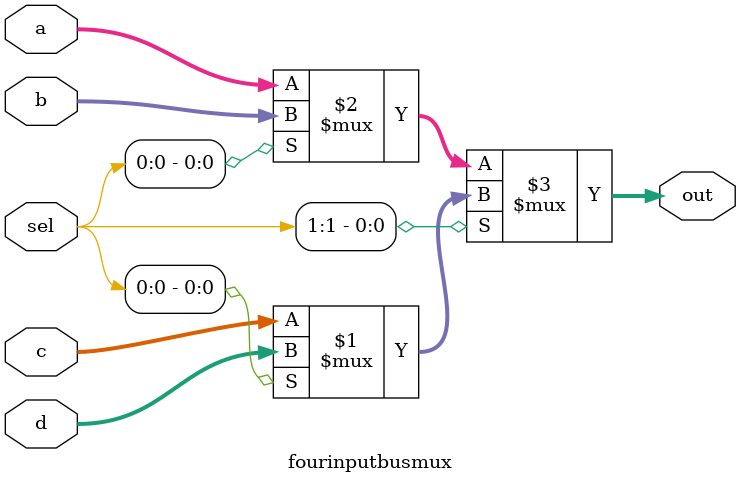
<source format=v>
module fourinputbusmux (

input [15:0] a,                 // 4-bit input called a
input [15:0] b,                 // 4-bit input called b
input [15:0] c,                 // 4-bit input called c
input [15:0] d,                 // 4-bit input called d
input [1:0] sel,               // input sel used to select between a,b,c,d
output [15:0] out);             // 4-bit output based on input sel
 
   
   assign out = sel[1] ? (sel[0] ? d : c) : (sel[0] ? b : a); 
 
endmodule



</source>
